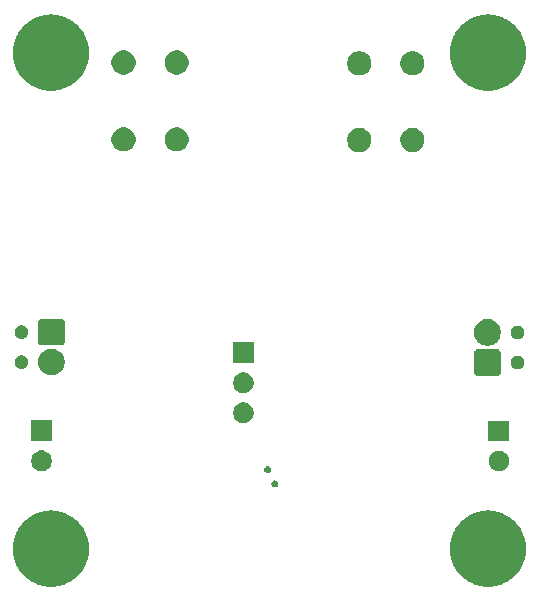
<source format=gbr>
%TF.GenerationSoftware,KiCad,Pcbnew,9.0.4*%
%TF.CreationDate,2026-01-25T08:23:28+01:00*%
%TF.ProjectId,VQFN_Training_Lab,5651464e-5f54-4726-9169-6e696e675f4c,1.0*%
%TF.SameCoordinates,PX7270e00PY7270e00*%
%TF.FileFunction,Soldermask,Bot*%
%TF.FilePolarity,Negative*%
%FSLAX46Y46*%
G04 Gerber Fmt 4.6, Leading zero omitted, Abs format (unit mm)*
G04 Created by KiCad (PCBNEW 9.0.4) date 2026-01-25 08:23:28*
%MOMM*%
%LPD*%
G01*
G04 APERTURE LIST*
G04 APERTURE END LIST*
G36*
X4170085Y7224919D02*
G01*
X4181108Y7224919D01*
X4257639Y7216296D01*
X4473934Y7194993D01*
X4509513Y7187916D01*
X4541045Y7184363D01*
X4633752Y7163204D01*
X4784806Y7133157D01*
X4843794Y7115263D01*
X4894179Y7103763D01*
X4975447Y7075326D01*
X5088142Y7041140D01*
X5169763Y7007332D01*
X5236067Y6984131D01*
X5299348Y6953657D01*
X5380982Y6919843D01*
X5484857Y6864321D01*
X5562412Y6826972D01*
X5606169Y6799478D01*
X5660526Y6770423D01*
X5788554Y6684877D01*
X5869108Y6634262D01*
X5893926Y6614471D01*
X5924077Y6594324D01*
X6092073Y6456453D01*
X6152299Y6408424D01*
X6160092Y6400631D01*
X6169099Y6393239D01*
X6393238Y6169100D01*
X6400629Y6160094D01*
X6408424Y6152299D01*
X6456458Y6092067D01*
X6594323Y5924078D01*
X6614468Y5893929D01*
X6634262Y5869108D01*
X6684882Y5788547D01*
X6770422Y5660527D01*
X6799473Y5606175D01*
X6826972Y5562412D01*
X6864324Y5484849D01*
X6919842Y5380983D01*
X6953652Y5299357D01*
X6984131Y5236067D01*
X7007334Y5169755D01*
X7041139Y5088143D01*
X7075320Y4975463D01*
X7103763Y4894179D01*
X7115265Y4843785D01*
X7133156Y4784807D01*
X7163197Y4633780D01*
X7184363Y4541045D01*
X7187916Y4509505D01*
X7194992Y4473935D01*
X7216293Y4257660D01*
X7224919Y4181108D01*
X7224919Y4170085D01*
X7226061Y4158490D01*
X7226061Y3841511D01*
X7224919Y3829917D01*
X7224919Y3818892D01*
X7216292Y3742334D01*
X7194992Y3526066D01*
X7187917Y3490498D01*
X7184363Y3458955D01*
X7163195Y3366214D01*
X7133156Y3215194D01*
X7115265Y3156220D01*
X7103763Y3105821D01*
X7075318Y3024532D01*
X7041139Y2911858D01*
X7007337Y2830253D01*
X6984131Y2763933D01*
X6953649Y2700637D01*
X6919842Y2619018D01*
X6864329Y2515162D01*
X6826972Y2437588D01*
X6799470Y2393820D01*
X6770422Y2339474D01*
X6684892Y2211471D01*
X6634262Y2130892D01*
X6614464Y2106067D01*
X6594323Y2075923D01*
X6456486Y1907970D01*
X6408424Y1847701D01*
X6400624Y1839902D01*
X6393238Y1830901D01*
X6169099Y1606762D01*
X6160098Y1599376D01*
X6152299Y1591576D01*
X6092030Y1543514D01*
X5924077Y1405677D01*
X5893933Y1385536D01*
X5869108Y1365738D01*
X5788529Y1315108D01*
X5660526Y1229578D01*
X5606180Y1200530D01*
X5562412Y1173028D01*
X5484838Y1135671D01*
X5380982Y1080158D01*
X5299363Y1046351D01*
X5236067Y1015869D01*
X5169747Y992663D01*
X5088142Y958861D01*
X4975468Y924682D01*
X4894179Y896237D01*
X4843780Y884735D01*
X4784806Y866844D01*
X4633786Y836805D01*
X4541045Y815637D01*
X4509502Y812083D01*
X4473934Y805008D01*
X4257661Y783707D01*
X4181108Y775081D01*
X4170085Y775081D01*
X4158490Y773939D01*
X3841510Y773939D01*
X3829915Y775081D01*
X3818892Y775081D01*
X3742340Y783707D01*
X3526065Y805008D01*
X3490495Y812084D01*
X3458955Y815637D01*
X3366220Y836803D01*
X3215193Y866844D01*
X3156215Y884735D01*
X3105821Y896237D01*
X3024537Y924680D01*
X2911857Y958861D01*
X2830245Y992666D01*
X2763933Y1015869D01*
X2700643Y1046348D01*
X2619017Y1080158D01*
X2515151Y1135676D01*
X2437588Y1173028D01*
X2393825Y1200527D01*
X2339473Y1229578D01*
X2211453Y1315118D01*
X2130892Y1365738D01*
X2106071Y1385532D01*
X2075922Y1405677D01*
X1907933Y1543542D01*
X1847701Y1591576D01*
X1839906Y1599371D01*
X1830900Y1606762D01*
X1606761Y1830901D01*
X1599369Y1839908D01*
X1591576Y1847701D01*
X1543547Y1907927D01*
X1405676Y2075923D01*
X1385529Y2106074D01*
X1365738Y2130892D01*
X1315123Y2211446D01*
X1229577Y2339474D01*
X1200522Y2393831D01*
X1173028Y2437588D01*
X1135679Y2515143D01*
X1080157Y2619018D01*
X1046343Y2700652D01*
X1015869Y2763933D01*
X992668Y2830237D01*
X958860Y2911858D01*
X924674Y3024553D01*
X896237Y3105821D01*
X884737Y3156206D01*
X866843Y3215194D01*
X836796Y3366248D01*
X815637Y3458955D01*
X812084Y3490487D01*
X805007Y3526066D01*
X783704Y3742356D01*
X775081Y3818892D01*
X775081Y3829916D01*
X773939Y3841511D01*
X773939Y4158490D01*
X775081Y4170086D01*
X775081Y4181108D01*
X783703Y4257638D01*
X805007Y4473935D01*
X812084Y4509516D01*
X815637Y4541045D01*
X836795Y4633746D01*
X866843Y4784807D01*
X884737Y4843799D01*
X896237Y4894179D01*
X924671Y4975441D01*
X958860Y5088143D01*
X992670Y5169770D01*
X1015869Y5236067D01*
X1046340Y5299343D01*
X1080157Y5380983D01*
X1135684Y5484868D01*
X1173028Y5562412D01*
X1200519Y5606165D01*
X1229577Y5660527D01*
X1315133Y5788572D01*
X1365738Y5869108D01*
X1385525Y5893921D01*
X1405676Y5924078D01*
X1543576Y6092110D01*
X1591576Y6152299D01*
X1599365Y6160089D01*
X1606761Y6169100D01*
X1830900Y6393239D01*
X1839911Y6400635D01*
X1847701Y6408424D01*
X1907890Y6456424D01*
X2075922Y6594324D01*
X2106079Y6614475D01*
X2130892Y6634262D01*
X2211428Y6684867D01*
X2339473Y6770423D01*
X2393835Y6799481D01*
X2437588Y6826972D01*
X2515132Y6864316D01*
X2619017Y6919843D01*
X2700657Y6953660D01*
X2763933Y6984131D01*
X2830230Y7007330D01*
X2911857Y7041140D01*
X3024559Y7075329D01*
X3105821Y7103763D01*
X3156201Y7115263D01*
X3215193Y7133157D01*
X3366254Y7163205D01*
X3458955Y7184363D01*
X3490484Y7187916D01*
X3526065Y7194993D01*
X3742362Y7216297D01*
X3818892Y7224919D01*
X3829915Y7224919D01*
X3841510Y7226061D01*
X4158490Y7226061D01*
X4170085Y7224919D01*
G37*
G36*
X41170085Y7224919D02*
G01*
X41181108Y7224919D01*
X41257639Y7216296D01*
X41473934Y7194993D01*
X41509513Y7187916D01*
X41541045Y7184363D01*
X41633752Y7163204D01*
X41784806Y7133157D01*
X41843794Y7115263D01*
X41894179Y7103763D01*
X41975447Y7075326D01*
X42088142Y7041140D01*
X42169763Y7007332D01*
X42236067Y6984131D01*
X42299348Y6953657D01*
X42380982Y6919843D01*
X42484857Y6864321D01*
X42562412Y6826972D01*
X42606169Y6799478D01*
X42660526Y6770423D01*
X42788554Y6684877D01*
X42869108Y6634262D01*
X42893926Y6614471D01*
X42924077Y6594324D01*
X43092073Y6456453D01*
X43152299Y6408424D01*
X43160092Y6400631D01*
X43169099Y6393239D01*
X43393238Y6169100D01*
X43400629Y6160094D01*
X43408424Y6152299D01*
X43456458Y6092067D01*
X43594323Y5924078D01*
X43614468Y5893929D01*
X43634262Y5869108D01*
X43684882Y5788547D01*
X43770422Y5660527D01*
X43799473Y5606175D01*
X43826972Y5562412D01*
X43864324Y5484849D01*
X43919842Y5380983D01*
X43953652Y5299357D01*
X43984131Y5236067D01*
X44007334Y5169755D01*
X44041139Y5088143D01*
X44075320Y4975463D01*
X44103763Y4894179D01*
X44115265Y4843785D01*
X44133156Y4784807D01*
X44163197Y4633780D01*
X44184363Y4541045D01*
X44187916Y4509505D01*
X44194992Y4473935D01*
X44216293Y4257660D01*
X44224919Y4181108D01*
X44224919Y4170085D01*
X44226061Y4158490D01*
X44226061Y3841511D01*
X44224919Y3829917D01*
X44224919Y3818892D01*
X44216292Y3742334D01*
X44194992Y3526066D01*
X44187917Y3490498D01*
X44184363Y3458955D01*
X44163195Y3366214D01*
X44133156Y3215194D01*
X44115265Y3156220D01*
X44103763Y3105821D01*
X44075318Y3024532D01*
X44041139Y2911858D01*
X44007337Y2830253D01*
X43984131Y2763933D01*
X43953649Y2700637D01*
X43919842Y2619018D01*
X43864329Y2515162D01*
X43826972Y2437588D01*
X43799470Y2393820D01*
X43770422Y2339474D01*
X43684892Y2211471D01*
X43634262Y2130892D01*
X43614464Y2106067D01*
X43594323Y2075923D01*
X43456486Y1907970D01*
X43408424Y1847701D01*
X43400624Y1839902D01*
X43393238Y1830901D01*
X43169099Y1606762D01*
X43160098Y1599376D01*
X43152299Y1591576D01*
X43092030Y1543514D01*
X42924077Y1405677D01*
X42893933Y1385536D01*
X42869108Y1365738D01*
X42788529Y1315108D01*
X42660526Y1229578D01*
X42606180Y1200530D01*
X42562412Y1173028D01*
X42484838Y1135671D01*
X42380982Y1080158D01*
X42299363Y1046351D01*
X42236067Y1015869D01*
X42169747Y992663D01*
X42088142Y958861D01*
X41975468Y924682D01*
X41894179Y896237D01*
X41843780Y884735D01*
X41784806Y866844D01*
X41633786Y836805D01*
X41541045Y815637D01*
X41509502Y812083D01*
X41473934Y805008D01*
X41257661Y783707D01*
X41181108Y775081D01*
X41170085Y775081D01*
X41158490Y773939D01*
X40841510Y773939D01*
X40829915Y775081D01*
X40818892Y775081D01*
X40742340Y783707D01*
X40526065Y805008D01*
X40490495Y812084D01*
X40458955Y815637D01*
X40366220Y836803D01*
X40215193Y866844D01*
X40156215Y884735D01*
X40105821Y896237D01*
X40024537Y924680D01*
X39911857Y958861D01*
X39830245Y992666D01*
X39763933Y1015869D01*
X39700643Y1046348D01*
X39619017Y1080158D01*
X39515151Y1135676D01*
X39437588Y1173028D01*
X39393825Y1200527D01*
X39339473Y1229578D01*
X39211453Y1315118D01*
X39130892Y1365738D01*
X39106071Y1385532D01*
X39075922Y1405677D01*
X38907933Y1543542D01*
X38847701Y1591576D01*
X38839906Y1599371D01*
X38830900Y1606762D01*
X38606761Y1830901D01*
X38599369Y1839908D01*
X38591576Y1847701D01*
X38543547Y1907927D01*
X38405676Y2075923D01*
X38385529Y2106074D01*
X38365738Y2130892D01*
X38315123Y2211446D01*
X38229577Y2339474D01*
X38200522Y2393831D01*
X38173028Y2437588D01*
X38135679Y2515143D01*
X38080157Y2619018D01*
X38046343Y2700652D01*
X38015869Y2763933D01*
X37992668Y2830237D01*
X37958860Y2911858D01*
X37924674Y3024553D01*
X37896237Y3105821D01*
X37884737Y3156206D01*
X37866843Y3215194D01*
X37836796Y3366248D01*
X37815637Y3458955D01*
X37812084Y3490487D01*
X37805007Y3526066D01*
X37783704Y3742356D01*
X37775081Y3818892D01*
X37775081Y3829916D01*
X37773939Y3841511D01*
X37773939Y4158490D01*
X37775081Y4170086D01*
X37775081Y4181108D01*
X37783703Y4257638D01*
X37805007Y4473935D01*
X37812084Y4509516D01*
X37815637Y4541045D01*
X37836795Y4633746D01*
X37866843Y4784807D01*
X37884737Y4843799D01*
X37896237Y4894179D01*
X37924671Y4975441D01*
X37958860Y5088143D01*
X37992670Y5169770D01*
X38015869Y5236067D01*
X38046340Y5299343D01*
X38080157Y5380983D01*
X38135684Y5484868D01*
X38173028Y5562412D01*
X38200519Y5606165D01*
X38229577Y5660527D01*
X38315133Y5788572D01*
X38365738Y5869108D01*
X38385525Y5893921D01*
X38405676Y5924078D01*
X38543576Y6092110D01*
X38591576Y6152299D01*
X38599365Y6160089D01*
X38606761Y6169100D01*
X38830900Y6393239D01*
X38839911Y6400635D01*
X38847701Y6408424D01*
X38907890Y6456424D01*
X39075922Y6594324D01*
X39106079Y6614475D01*
X39130892Y6634262D01*
X39211428Y6684867D01*
X39339473Y6770423D01*
X39393835Y6799481D01*
X39437588Y6826972D01*
X39515132Y6864316D01*
X39619017Y6919843D01*
X39700657Y6953660D01*
X39763933Y6984131D01*
X39830230Y7007330D01*
X39911857Y7041140D01*
X40024559Y7075329D01*
X40105821Y7103763D01*
X40156201Y7115263D01*
X40215193Y7133157D01*
X40366254Y7163205D01*
X40458955Y7184363D01*
X40490484Y7187916D01*
X40526065Y7194993D01*
X40742362Y7216297D01*
X40818892Y7224919D01*
X40829915Y7224919D01*
X40841510Y7226061D01*
X41158490Y7226061D01*
X41170085Y7224919D01*
G37*
G36*
X23067305Y9757164D02*
G01*
X23135128Y9718006D01*
X23190506Y9662628D01*
X23229664Y9594805D01*
X23249933Y9519158D01*
X23249933Y9440842D01*
X23229664Y9365195D01*
X23190506Y9297372D01*
X23135128Y9241994D01*
X23067305Y9202836D01*
X22991658Y9182567D01*
X22913342Y9182567D01*
X22837695Y9202836D01*
X22769872Y9241994D01*
X22714494Y9297372D01*
X22675336Y9365195D01*
X22655067Y9440842D01*
X22655067Y9519158D01*
X22675336Y9594805D01*
X22714494Y9662628D01*
X22769872Y9718006D01*
X22837695Y9757164D01*
X22913342Y9777433D01*
X22991658Y9777433D01*
X23067305Y9757164D01*
G37*
G36*
X22467305Y10957164D02*
G01*
X22535128Y10918006D01*
X22590506Y10862628D01*
X22629664Y10794805D01*
X22649933Y10719158D01*
X22649933Y10640842D01*
X22629664Y10565195D01*
X22590506Y10497372D01*
X22535128Y10441994D01*
X22467305Y10402836D01*
X22391658Y10382567D01*
X22313342Y10382567D01*
X22237695Y10402836D01*
X22169872Y10441994D01*
X22114494Y10497372D01*
X22075336Y10565195D01*
X22055067Y10640842D01*
X22055067Y10719158D01*
X22075336Y10794805D01*
X22114494Y10862628D01*
X22169872Y10918006D01*
X22237695Y10957164D01*
X22313342Y10977433D01*
X22391658Y10977433D01*
X22467305Y10957164D01*
G37*
G36*
X42180451Y12262107D02*
G01*
X42339829Y12196091D01*
X42483266Y12100249D01*
X42605249Y11978266D01*
X42701091Y11834829D01*
X42767107Y11675451D01*
X42800763Y11506255D01*
X42800763Y11333745D01*
X42767107Y11164549D01*
X42701091Y11005171D01*
X42605249Y10861734D01*
X42483266Y10739751D01*
X42339829Y10643909D01*
X42180451Y10577893D01*
X42011255Y10544237D01*
X41838745Y10544237D01*
X41669549Y10577893D01*
X41510171Y10643909D01*
X41366734Y10739751D01*
X41244751Y10861734D01*
X41148909Y11005171D01*
X41082893Y11164549D01*
X41049237Y11333745D01*
X41049237Y11506255D01*
X41082893Y11675451D01*
X41148909Y11834829D01*
X41244751Y11978266D01*
X41366734Y12100249D01*
X41510171Y12196091D01*
X41669549Y12262107D01*
X41838745Y12295763D01*
X42011255Y12295763D01*
X42180451Y12262107D01*
G37*
G36*
X3455451Y12272107D02*
G01*
X3614829Y12206091D01*
X3758266Y12110249D01*
X3880249Y11988266D01*
X3976091Y11844829D01*
X4042107Y11685451D01*
X4075763Y11516255D01*
X4075763Y11343745D01*
X4042107Y11174549D01*
X3976091Y11015171D01*
X3880249Y10871734D01*
X3758266Y10749751D01*
X3614829Y10653909D01*
X3455451Y10587893D01*
X3286255Y10554237D01*
X3113745Y10554237D01*
X2944549Y10587893D01*
X2785171Y10653909D01*
X2641734Y10749751D01*
X2519751Y10871734D01*
X2423909Y11015171D01*
X2357893Y11174549D01*
X2324237Y11343745D01*
X2324237Y11516255D01*
X2357893Y11685451D01*
X2423909Y11844829D01*
X2519751Y11988266D01*
X2641734Y12110249D01*
X2785171Y12206091D01*
X2944549Y12272107D01*
X3113745Y12305763D01*
X3286255Y12305763D01*
X3455451Y12272107D01*
G37*
G36*
X42786481Y14837716D02*
G01*
X42796213Y14831213D01*
X42802716Y14821481D01*
X42805000Y14810000D01*
X42805000Y13110000D01*
X42802716Y13098519D01*
X42796213Y13088787D01*
X42786481Y13082284D01*
X42775000Y13080000D01*
X41075000Y13080000D01*
X41063519Y13082284D01*
X41053787Y13088787D01*
X41047284Y13098519D01*
X41045000Y13110000D01*
X41045000Y14810000D01*
X41047284Y14821481D01*
X41053787Y14831213D01*
X41063519Y14837716D01*
X41075000Y14840000D01*
X42775000Y14840000D01*
X42786481Y14837716D01*
G37*
G36*
X4061481Y14847716D02*
G01*
X4071213Y14841213D01*
X4077716Y14831481D01*
X4080000Y14820000D01*
X4080000Y13120000D01*
X4077716Y13108519D01*
X4071213Y13098787D01*
X4061481Y13092284D01*
X4050000Y13090000D01*
X2350000Y13090000D01*
X2338519Y13092284D01*
X2328787Y13098787D01*
X2322284Y13108519D01*
X2320000Y13120000D01*
X2320000Y14820000D01*
X2322284Y14831481D01*
X2328787Y14841213D01*
X2338519Y14847716D01*
X2350000Y14850000D01*
X4050000Y14850000D01*
X4061481Y14847716D01*
G37*
G36*
X20555451Y16354607D02*
G01*
X20714829Y16288591D01*
X20858266Y16192749D01*
X20980249Y16070766D01*
X21076091Y15927329D01*
X21142107Y15767951D01*
X21175763Y15598755D01*
X21175763Y15426245D01*
X21142107Y15257049D01*
X21076091Y15097671D01*
X20980249Y14954234D01*
X20858266Y14832251D01*
X20714829Y14736409D01*
X20555451Y14670393D01*
X20386255Y14636737D01*
X20213745Y14636737D01*
X20044549Y14670393D01*
X19885171Y14736409D01*
X19741734Y14832251D01*
X19619751Y14954234D01*
X19523909Y15097671D01*
X19457893Y15257049D01*
X19424237Y15426245D01*
X19424237Y15598755D01*
X19457893Y15767951D01*
X19523909Y15927329D01*
X19619751Y16070766D01*
X19741734Y16192749D01*
X19885171Y16288591D01*
X20044549Y16354607D01*
X20213745Y16388263D01*
X20386255Y16388263D01*
X20555451Y16354607D01*
G37*
G36*
X20555451Y18894607D02*
G01*
X20714829Y18828591D01*
X20858266Y18732749D01*
X20980249Y18610766D01*
X21076091Y18467329D01*
X21142107Y18307951D01*
X21175763Y18138755D01*
X21175763Y17966245D01*
X21142107Y17797049D01*
X21076091Y17637671D01*
X20980249Y17494234D01*
X20858266Y17372251D01*
X20714829Y17276409D01*
X20555451Y17210393D01*
X20386255Y17176737D01*
X20213745Y17176737D01*
X20044549Y17210393D01*
X19885171Y17276409D01*
X19741734Y17372251D01*
X19619751Y17494234D01*
X19523909Y17637671D01*
X19457893Y17797049D01*
X19424237Y17966245D01*
X19424237Y18138755D01*
X19457893Y18307951D01*
X19523909Y18467329D01*
X19619751Y18610766D01*
X19741734Y18732749D01*
X19885171Y18828591D01*
X20044549Y18894607D01*
X20213745Y18928263D01*
X20386255Y18928263D01*
X20555451Y18894607D01*
G37*
G36*
X41874107Y20882563D02*
G01*
X41878455Y20880643D01*
X41881500Y20880242D01*
X41919604Y20862474D01*
X41968239Y20840999D01*
X42040999Y20768239D01*
X42062482Y20719584D01*
X42080241Y20681501D01*
X42080641Y20678459D01*
X42082563Y20674107D01*
X42089999Y20610000D01*
X42089999Y20607386D01*
X42090000Y20607378D01*
X42090000Y19746442D01*
X42090000Y18909999D01*
X42082563Y18845893D01*
X42080641Y18841542D01*
X42080241Y18838500D01*
X42062491Y18800436D01*
X42040999Y18751761D01*
X41968239Y18679001D01*
X41919564Y18657509D01*
X41881500Y18639759D01*
X41878458Y18639359D01*
X41874107Y18637437D01*
X41810000Y18630001D01*
X41807385Y18630001D01*
X41807378Y18630000D01*
X40112622Y18630000D01*
X40112621Y18630001D01*
X40109999Y18630000D01*
X40045893Y18637437D01*
X40041541Y18639359D01*
X40038499Y18639759D01*
X40000416Y18657518D01*
X39951761Y18679001D01*
X39879001Y18751761D01*
X39857526Y18800396D01*
X39839758Y18838500D01*
X39839357Y18841545D01*
X39837437Y18845893D01*
X39830001Y18910000D01*
X39830000Y18912616D01*
X39830000Y18912623D01*
X39830000Y20607378D01*
X39830000Y20607379D01*
X39830000Y20610001D01*
X39837437Y20674107D01*
X39839357Y20678456D01*
X39839758Y20681501D01*
X39857534Y20719624D01*
X39879001Y20768239D01*
X39951761Y20840999D01*
X40000376Y20862466D01*
X40038499Y20880242D01*
X40041544Y20880643D01*
X40045893Y20882563D01*
X40110000Y20889999D01*
X40112614Y20890000D01*
X40112622Y20890000D01*
X41807378Y20890000D01*
X41810001Y20890000D01*
X41874107Y20882563D01*
G37*
G36*
X4303793Y20888778D02*
G01*
X4472432Y20833984D01*
X4630423Y20753483D01*
X4773876Y20649259D01*
X4899259Y20523876D01*
X5003483Y20380423D01*
X5083984Y20222432D01*
X5138778Y20053793D01*
X5166517Y19878659D01*
X5166517Y19701341D01*
X5138778Y19526207D01*
X5083984Y19357568D01*
X5003483Y19199577D01*
X4899259Y19056124D01*
X4773876Y18930741D01*
X4630423Y18826517D01*
X4472432Y18746016D01*
X4303793Y18691222D01*
X4128659Y18663483D01*
X3951341Y18663483D01*
X3776207Y18691222D01*
X3607568Y18746016D01*
X3449577Y18826517D01*
X3306124Y18930741D01*
X3180741Y19056124D01*
X3076517Y19199577D01*
X2996016Y19357568D01*
X2941222Y19526207D01*
X2913483Y19701341D01*
X2913483Y19878659D01*
X2941222Y20053793D01*
X2996016Y20222432D01*
X3076517Y20380423D01*
X3180741Y20523876D01*
X3306124Y20649259D01*
X3449577Y20753483D01*
X3607568Y20833984D01*
X3776207Y20888778D01*
X3951341Y20916517D01*
X4128659Y20916517D01*
X4303793Y20888778D01*
G37*
G36*
X43566772Y20335038D02*
G01*
X43575705Y20335038D01*
X43601444Y20328142D01*
X43668308Y20314841D01*
X43699866Y20301769D01*
X43721956Y20295850D01*
X43741762Y20284415D01*
X43773318Y20271344D01*
X43829992Y20233476D01*
X43853082Y20220145D01*
X43859401Y20213826D01*
X43867822Y20208199D01*
X43948198Y20127823D01*
X43953824Y20119403D01*
X43960145Y20113082D01*
X43973477Y20089990D01*
X44011343Y20033319D01*
X44024412Y20001766D01*
X44035850Y19981956D01*
X44041769Y19959863D01*
X44054840Y19928309D01*
X44068139Y19861449D01*
X44075038Y19835705D01*
X44075038Y19826772D01*
X44077015Y19816833D01*
X44077015Y19703168D01*
X44075038Y19693230D01*
X44075038Y19684295D01*
X44068139Y19658549D01*
X44054840Y19591692D01*
X44041770Y19560141D01*
X44035850Y19538044D01*
X44024411Y19518232D01*
X44011343Y19486682D01*
X43973481Y19430019D01*
X43960145Y19406918D01*
X43953822Y19400596D01*
X43948198Y19392178D01*
X43867822Y19311802D01*
X43859404Y19306178D01*
X43853082Y19299855D01*
X43829981Y19286519D01*
X43773318Y19248657D01*
X43741768Y19235589D01*
X43721956Y19224150D01*
X43699859Y19218230D01*
X43668308Y19205160D01*
X43601449Y19191861D01*
X43575705Y19184962D01*
X43566771Y19184962D01*
X43556833Y19182985D01*
X43443167Y19182985D01*
X43433228Y19184962D01*
X43424295Y19184962D01*
X43398551Y19191861D01*
X43331691Y19205160D01*
X43300137Y19218231D01*
X43278044Y19224150D01*
X43258234Y19235588D01*
X43226681Y19248657D01*
X43170010Y19286523D01*
X43146918Y19299855D01*
X43140597Y19306176D01*
X43132177Y19311802D01*
X43051801Y19392178D01*
X43046174Y19400599D01*
X43039855Y19406918D01*
X43026524Y19430008D01*
X42988656Y19486682D01*
X42975585Y19518238D01*
X42964150Y19538044D01*
X42958231Y19560134D01*
X42945159Y19591692D01*
X42931859Y19658555D01*
X42924962Y19684295D01*
X42924962Y19693229D01*
X42922985Y19703168D01*
X42922985Y19816833D01*
X42924962Y19826773D01*
X42924962Y19835705D01*
X42931858Y19861443D01*
X42945159Y19928309D01*
X42958231Y19959870D01*
X42964150Y19981956D01*
X42975583Y20001760D01*
X42988656Y20033319D01*
X43026528Y20090001D01*
X43039855Y20113082D01*
X43046172Y20119400D01*
X43051801Y20127823D01*
X43132177Y20208199D01*
X43140600Y20213828D01*
X43146918Y20220145D01*
X43169999Y20233472D01*
X43226681Y20271344D01*
X43258240Y20284417D01*
X43278044Y20295850D01*
X43300130Y20301769D01*
X43331691Y20314841D01*
X43398557Y20328142D01*
X43424295Y20335038D01*
X43433228Y20335038D01*
X43443167Y20337015D01*
X43556833Y20337015D01*
X43566772Y20335038D01*
G37*
G36*
X1566772Y20365038D02*
G01*
X1575705Y20365038D01*
X1601444Y20358142D01*
X1668308Y20344841D01*
X1699866Y20331769D01*
X1721956Y20325850D01*
X1741762Y20314415D01*
X1773318Y20301344D01*
X1829992Y20263476D01*
X1853082Y20250145D01*
X1859401Y20243826D01*
X1867822Y20238199D01*
X1948198Y20157823D01*
X1953824Y20149403D01*
X1960145Y20143082D01*
X1973477Y20119990D01*
X2011343Y20063319D01*
X2024412Y20031766D01*
X2035850Y20011956D01*
X2041769Y19989863D01*
X2054840Y19958309D01*
X2068139Y19891449D01*
X2075038Y19865705D01*
X2075038Y19856772D01*
X2077015Y19846833D01*
X2077015Y19733168D01*
X2075038Y19723230D01*
X2075038Y19714295D01*
X2068139Y19688549D01*
X2054840Y19621692D01*
X2041770Y19590141D01*
X2035850Y19568044D01*
X2024411Y19548232D01*
X2011343Y19516682D01*
X1973481Y19460019D01*
X1960145Y19436918D01*
X1953822Y19430596D01*
X1948198Y19422178D01*
X1867822Y19341802D01*
X1859404Y19336178D01*
X1853082Y19329855D01*
X1829981Y19316519D01*
X1773318Y19278657D01*
X1741768Y19265589D01*
X1721956Y19254150D01*
X1699859Y19248230D01*
X1668308Y19235160D01*
X1601449Y19221861D01*
X1575705Y19214962D01*
X1566771Y19214962D01*
X1556833Y19212985D01*
X1443167Y19212985D01*
X1433228Y19214962D01*
X1424295Y19214962D01*
X1398551Y19221861D01*
X1331691Y19235160D01*
X1300137Y19248231D01*
X1278044Y19254150D01*
X1258234Y19265588D01*
X1226681Y19278657D01*
X1170010Y19316523D01*
X1146918Y19329855D01*
X1140597Y19336176D01*
X1132177Y19341802D01*
X1051801Y19422178D01*
X1046174Y19430599D01*
X1039855Y19436918D01*
X1026524Y19460008D01*
X988656Y19516682D01*
X975585Y19548238D01*
X964150Y19568044D01*
X958231Y19590134D01*
X945159Y19621692D01*
X931859Y19688555D01*
X924962Y19714295D01*
X924962Y19723229D01*
X922985Y19733168D01*
X922985Y19846833D01*
X924962Y19856773D01*
X924962Y19865705D01*
X931858Y19891443D01*
X945159Y19958309D01*
X958231Y19989870D01*
X964150Y20011956D01*
X975583Y20031760D01*
X988656Y20063319D01*
X1026528Y20120001D01*
X1039855Y20143082D01*
X1046172Y20149400D01*
X1051801Y20157823D01*
X1132177Y20238199D01*
X1140600Y20243828D01*
X1146918Y20250145D01*
X1169999Y20263472D01*
X1226681Y20301344D01*
X1258240Y20314417D01*
X1278044Y20325850D01*
X1300130Y20331769D01*
X1331691Y20344841D01*
X1398557Y20358142D01*
X1424295Y20365038D01*
X1433228Y20365038D01*
X1443167Y20367015D01*
X1556833Y20367015D01*
X1566772Y20365038D01*
G37*
G36*
X21161481Y21470216D02*
G01*
X21171213Y21463713D01*
X21177716Y21453981D01*
X21180000Y21442500D01*
X21180000Y19742500D01*
X21177716Y19731019D01*
X21171213Y19721287D01*
X21161481Y19714784D01*
X21150000Y19712500D01*
X19450000Y19712500D01*
X19438519Y19714784D01*
X19428787Y19721287D01*
X19422284Y19731019D01*
X19420000Y19742500D01*
X19420000Y21442500D01*
X19422284Y21453981D01*
X19428787Y21463713D01*
X19438519Y21470216D01*
X19450000Y21472500D01*
X21150000Y21472500D01*
X21161481Y21470216D01*
G37*
G36*
X41223793Y23398778D02*
G01*
X41392432Y23343984D01*
X41550423Y23263483D01*
X41693876Y23159259D01*
X41819259Y23033876D01*
X41923483Y22890423D01*
X42003984Y22732432D01*
X42058778Y22563793D01*
X42086517Y22388659D01*
X42086517Y22211341D01*
X42058778Y22036207D01*
X42003984Y21867568D01*
X41923483Y21709577D01*
X41819259Y21566124D01*
X41693876Y21440741D01*
X41550423Y21336517D01*
X41392432Y21256016D01*
X41223793Y21201222D01*
X41048659Y21173483D01*
X40871341Y21173483D01*
X40696207Y21201222D01*
X40527568Y21256016D01*
X40369577Y21336517D01*
X40226124Y21440741D01*
X40100741Y21566124D01*
X39996517Y21709577D01*
X39916016Y21867568D01*
X39861222Y22036207D01*
X39833483Y22211341D01*
X39833483Y22388659D01*
X39861222Y22563793D01*
X39916016Y22732432D01*
X39996517Y22890423D01*
X40100741Y23033876D01*
X40226124Y23159259D01*
X40369577Y23263483D01*
X40527568Y23343984D01*
X40696207Y23398778D01*
X40871341Y23426517D01*
X41048659Y23426517D01*
X41223793Y23398778D01*
G37*
G36*
X4954107Y23452563D02*
G01*
X4958455Y23450643D01*
X4961500Y23450242D01*
X4999604Y23432474D01*
X5048239Y23410999D01*
X5120999Y23338239D01*
X5142482Y23289584D01*
X5160241Y23251501D01*
X5160641Y23248459D01*
X5162563Y23244107D01*
X5169999Y23180000D01*
X5169999Y23177386D01*
X5170000Y23177378D01*
X5170000Y22273168D01*
X5170000Y21479999D01*
X5162563Y21415893D01*
X5160641Y21411542D01*
X5160241Y21408500D01*
X5142491Y21370436D01*
X5120999Y21321761D01*
X5048239Y21249001D01*
X4999564Y21227509D01*
X4961500Y21209759D01*
X4958458Y21209359D01*
X4954107Y21207437D01*
X4890000Y21200001D01*
X4887385Y21200001D01*
X4887378Y21200000D01*
X3192622Y21200000D01*
X3192621Y21200001D01*
X3189999Y21200000D01*
X3125893Y21207437D01*
X3121541Y21209359D01*
X3118499Y21209759D01*
X3080416Y21227518D01*
X3031761Y21249001D01*
X2959001Y21321761D01*
X2937526Y21370396D01*
X2919758Y21408500D01*
X2919357Y21411545D01*
X2917437Y21415893D01*
X2910001Y21480000D01*
X2910000Y21482616D01*
X2910000Y21482623D01*
X2910000Y23177378D01*
X2910000Y23177379D01*
X2910000Y23180001D01*
X2917437Y23244107D01*
X2919357Y23248456D01*
X2919758Y23251501D01*
X2937534Y23289624D01*
X2959001Y23338239D01*
X3031761Y23410999D01*
X3080376Y23432466D01*
X3118499Y23450242D01*
X3121544Y23450643D01*
X3125893Y23452563D01*
X3190000Y23459999D01*
X3192614Y23460000D01*
X3192622Y23460000D01*
X4887378Y23460000D01*
X4890001Y23460000D01*
X4954107Y23452563D01*
G37*
G36*
X43566772Y22875038D02*
G01*
X43575705Y22875038D01*
X43601444Y22868142D01*
X43668308Y22854841D01*
X43699866Y22841769D01*
X43721956Y22835850D01*
X43741762Y22824415D01*
X43773318Y22811344D01*
X43829992Y22773476D01*
X43853082Y22760145D01*
X43859401Y22753826D01*
X43867822Y22748199D01*
X43948198Y22667823D01*
X43953824Y22659403D01*
X43960145Y22653082D01*
X43973477Y22629990D01*
X44011343Y22573319D01*
X44024412Y22541766D01*
X44035850Y22521956D01*
X44041769Y22499863D01*
X44054840Y22468309D01*
X44068139Y22401449D01*
X44075038Y22375705D01*
X44075038Y22366772D01*
X44077015Y22356833D01*
X44077015Y22243168D01*
X44075038Y22233230D01*
X44075038Y22224295D01*
X44068139Y22198549D01*
X44054840Y22131692D01*
X44041770Y22100141D01*
X44035850Y22078044D01*
X44024411Y22058232D01*
X44011343Y22026682D01*
X43973481Y21970019D01*
X43960145Y21946918D01*
X43953822Y21940596D01*
X43948198Y21932178D01*
X43867822Y21851802D01*
X43859404Y21846178D01*
X43853082Y21839855D01*
X43829981Y21826519D01*
X43773318Y21788657D01*
X43741768Y21775589D01*
X43721956Y21764150D01*
X43699859Y21758230D01*
X43668308Y21745160D01*
X43601449Y21731861D01*
X43575705Y21724962D01*
X43566771Y21724962D01*
X43556833Y21722985D01*
X43443167Y21722985D01*
X43433228Y21724962D01*
X43424295Y21724962D01*
X43398551Y21731861D01*
X43331691Y21745160D01*
X43300137Y21758231D01*
X43278044Y21764150D01*
X43258234Y21775588D01*
X43226681Y21788657D01*
X43170010Y21826523D01*
X43146918Y21839855D01*
X43140597Y21846176D01*
X43132177Y21851802D01*
X43051801Y21932178D01*
X43046174Y21940599D01*
X43039855Y21946918D01*
X43026524Y21970008D01*
X42988656Y22026682D01*
X42975585Y22058238D01*
X42964150Y22078044D01*
X42958231Y22100134D01*
X42945159Y22131692D01*
X42931859Y22198555D01*
X42924962Y22224295D01*
X42924962Y22233229D01*
X42922985Y22243168D01*
X42922985Y22356833D01*
X42924962Y22366773D01*
X42924962Y22375705D01*
X42931858Y22401443D01*
X42945159Y22468309D01*
X42958231Y22499870D01*
X42964150Y22521956D01*
X42975583Y22541760D01*
X42988656Y22573319D01*
X43026528Y22630001D01*
X43039855Y22653082D01*
X43046172Y22659400D01*
X43051801Y22667823D01*
X43132177Y22748199D01*
X43140600Y22753828D01*
X43146918Y22760145D01*
X43169999Y22773472D01*
X43226681Y22811344D01*
X43258240Y22824417D01*
X43278044Y22835850D01*
X43300130Y22841769D01*
X43331691Y22854841D01*
X43398557Y22868142D01*
X43424295Y22875038D01*
X43433228Y22875038D01*
X43443167Y22877015D01*
X43556833Y22877015D01*
X43566772Y22875038D01*
G37*
G36*
X1566772Y22905038D02*
G01*
X1575705Y22905038D01*
X1601444Y22898142D01*
X1668308Y22884841D01*
X1699866Y22871769D01*
X1721956Y22865850D01*
X1741762Y22854415D01*
X1773318Y22841344D01*
X1829992Y22803476D01*
X1853082Y22790145D01*
X1859401Y22783826D01*
X1867822Y22778199D01*
X1948198Y22697823D01*
X1953824Y22689403D01*
X1960145Y22683082D01*
X1973477Y22659990D01*
X2011343Y22603319D01*
X2024412Y22571766D01*
X2035850Y22551956D01*
X2041769Y22529863D01*
X2054840Y22498309D01*
X2068139Y22431449D01*
X2075038Y22405705D01*
X2075038Y22396772D01*
X2077015Y22386833D01*
X2077015Y22273168D01*
X2075038Y22263230D01*
X2075038Y22254295D01*
X2068139Y22228549D01*
X2054840Y22161692D01*
X2041770Y22130141D01*
X2035850Y22108044D01*
X2024411Y22088232D01*
X2011343Y22056682D01*
X1973481Y22000019D01*
X1960145Y21976918D01*
X1953822Y21970596D01*
X1948198Y21962178D01*
X1867822Y21881802D01*
X1859404Y21876178D01*
X1853082Y21869855D01*
X1829981Y21856519D01*
X1773318Y21818657D01*
X1741768Y21805589D01*
X1721956Y21794150D01*
X1699859Y21788230D01*
X1668308Y21775160D01*
X1601449Y21761861D01*
X1575705Y21754962D01*
X1566771Y21754962D01*
X1556833Y21752985D01*
X1443167Y21752985D01*
X1433228Y21754962D01*
X1424295Y21754962D01*
X1398551Y21761861D01*
X1331691Y21775160D01*
X1300137Y21788231D01*
X1278044Y21794150D01*
X1258234Y21805588D01*
X1226681Y21818657D01*
X1170010Y21856523D01*
X1146918Y21869855D01*
X1140597Y21876176D01*
X1132177Y21881802D01*
X1051801Y21962178D01*
X1046174Y21970599D01*
X1039855Y21976918D01*
X1026524Y22000008D01*
X988656Y22056682D01*
X975585Y22088238D01*
X964150Y22108044D01*
X958231Y22130134D01*
X945159Y22161692D01*
X931859Y22228555D01*
X924962Y22254295D01*
X924962Y22263229D01*
X922985Y22273168D01*
X922985Y22386833D01*
X924962Y22396773D01*
X924962Y22405705D01*
X931858Y22431443D01*
X945159Y22498309D01*
X958231Y22529870D01*
X964150Y22551956D01*
X975583Y22571760D01*
X988656Y22603319D01*
X1026528Y22660001D01*
X1039855Y22683082D01*
X1046172Y22689400D01*
X1051801Y22697823D01*
X1132177Y22778199D01*
X1140600Y22783828D01*
X1146918Y22790145D01*
X1169999Y22803472D01*
X1226681Y22841344D01*
X1258240Y22854417D01*
X1278044Y22865850D01*
X1300130Y22871769D01*
X1331691Y22884841D01*
X1398557Y22898142D01*
X1424295Y22905038D01*
X1433228Y22905038D01*
X1443167Y22907015D01*
X1556833Y22907015D01*
X1566772Y22905038D01*
G37*
G36*
X30398993Y39585649D02*
G01*
X30585539Y39508379D01*
X30753425Y39396201D01*
X30896201Y39253425D01*
X31008379Y39085539D01*
X31085649Y38898993D01*
X31125040Y38700958D01*
X31125040Y38499042D01*
X31085649Y38301007D01*
X31008379Y38114461D01*
X30896201Y37946575D01*
X30753425Y37803799D01*
X30585539Y37691621D01*
X30398993Y37614351D01*
X30200958Y37574960D01*
X29999042Y37574960D01*
X29801007Y37614351D01*
X29614461Y37691621D01*
X29446575Y37803799D01*
X29303799Y37946575D01*
X29191621Y38114461D01*
X29114351Y38301007D01*
X29074960Y38499042D01*
X29074960Y38700958D01*
X29114351Y38898993D01*
X29191621Y39085539D01*
X29303799Y39253425D01*
X29446575Y39396201D01*
X29614461Y39508379D01*
X29801007Y39585649D01*
X29999042Y39625040D01*
X30200958Y39625040D01*
X30398993Y39585649D01*
G37*
G36*
X34898993Y39585649D02*
G01*
X35085539Y39508379D01*
X35253425Y39396201D01*
X35396201Y39253425D01*
X35508379Y39085539D01*
X35585649Y38898993D01*
X35625040Y38700958D01*
X35625040Y38499042D01*
X35585649Y38301007D01*
X35508379Y38114461D01*
X35396201Y37946575D01*
X35253425Y37803799D01*
X35085539Y37691621D01*
X34898993Y37614351D01*
X34700958Y37574960D01*
X34499042Y37574960D01*
X34301007Y37614351D01*
X34114461Y37691621D01*
X33946575Y37803799D01*
X33803799Y37946575D01*
X33691621Y38114461D01*
X33614351Y38301007D01*
X33574960Y38499042D01*
X33574960Y38700958D01*
X33614351Y38898993D01*
X33691621Y39085539D01*
X33803799Y39253425D01*
X33946575Y39396201D01*
X34114461Y39508379D01*
X34301007Y39585649D01*
X34499042Y39625040D01*
X34700958Y39625040D01*
X34898993Y39585649D01*
G37*
G36*
X10448993Y39635649D02*
G01*
X10635539Y39558379D01*
X10803425Y39446201D01*
X10946201Y39303425D01*
X11058379Y39135539D01*
X11135649Y38948993D01*
X11175040Y38750958D01*
X11175040Y38549042D01*
X11135649Y38351007D01*
X11058379Y38164461D01*
X10946201Y37996575D01*
X10803425Y37853799D01*
X10635539Y37741621D01*
X10448993Y37664351D01*
X10250958Y37624960D01*
X10049042Y37624960D01*
X9851007Y37664351D01*
X9664461Y37741621D01*
X9496575Y37853799D01*
X9353799Y37996575D01*
X9241621Y38164461D01*
X9164351Y38351007D01*
X9124960Y38549042D01*
X9124960Y38750958D01*
X9164351Y38948993D01*
X9241621Y39135539D01*
X9353799Y39303425D01*
X9496575Y39446201D01*
X9664461Y39558379D01*
X9851007Y39635649D01*
X10049042Y39675040D01*
X10250958Y39675040D01*
X10448993Y39635649D01*
G37*
G36*
X14948993Y39635649D02*
G01*
X15135539Y39558379D01*
X15303425Y39446201D01*
X15446201Y39303425D01*
X15558379Y39135539D01*
X15635649Y38948993D01*
X15675040Y38750958D01*
X15675040Y38549042D01*
X15635649Y38351007D01*
X15558379Y38164461D01*
X15446201Y37996575D01*
X15303425Y37853799D01*
X15135539Y37741621D01*
X14948993Y37664351D01*
X14750958Y37624960D01*
X14549042Y37624960D01*
X14351007Y37664351D01*
X14164461Y37741621D01*
X13996575Y37853799D01*
X13853799Y37996575D01*
X13741621Y38164461D01*
X13664351Y38351007D01*
X13624960Y38549042D01*
X13624960Y38750958D01*
X13664351Y38948993D01*
X13741621Y39135539D01*
X13853799Y39303425D01*
X13996575Y39446201D01*
X14164461Y39558379D01*
X14351007Y39635649D01*
X14549042Y39675040D01*
X14750958Y39675040D01*
X14948993Y39635649D01*
G37*
G36*
X4170085Y49224919D02*
G01*
X4181108Y49224919D01*
X4257639Y49216296D01*
X4473934Y49194993D01*
X4509513Y49187916D01*
X4541045Y49184363D01*
X4633752Y49163204D01*
X4784806Y49133157D01*
X4843794Y49115263D01*
X4894179Y49103763D01*
X4975447Y49075326D01*
X5088142Y49041140D01*
X5169763Y49007332D01*
X5236067Y48984131D01*
X5299348Y48953657D01*
X5380982Y48919843D01*
X5484857Y48864321D01*
X5562412Y48826972D01*
X5606169Y48799478D01*
X5660526Y48770423D01*
X5788554Y48684877D01*
X5869108Y48634262D01*
X5893926Y48614471D01*
X5924077Y48594324D01*
X6092073Y48456453D01*
X6152299Y48408424D01*
X6160092Y48400631D01*
X6169099Y48393239D01*
X6393238Y48169100D01*
X6400629Y48160094D01*
X6408424Y48152299D01*
X6456458Y48092067D01*
X6594323Y47924078D01*
X6614468Y47893929D01*
X6634262Y47869108D01*
X6684882Y47788547D01*
X6770422Y47660527D01*
X6799473Y47606175D01*
X6826972Y47562412D01*
X6864324Y47484849D01*
X6919842Y47380983D01*
X6953652Y47299357D01*
X6984131Y47236067D01*
X7007334Y47169755D01*
X7041139Y47088143D01*
X7075320Y46975463D01*
X7103763Y46894179D01*
X7115265Y46843785D01*
X7133156Y46784807D01*
X7163197Y46633780D01*
X7184363Y46541045D01*
X7187916Y46509505D01*
X7194992Y46473935D01*
X7216293Y46257660D01*
X7224919Y46181108D01*
X7224919Y46170085D01*
X7226061Y46158490D01*
X7226061Y45841511D01*
X7224919Y45829917D01*
X7224919Y45818892D01*
X7216292Y45742334D01*
X7194992Y45526066D01*
X7187917Y45490498D01*
X7184363Y45458955D01*
X7163195Y45366214D01*
X7133156Y45215194D01*
X7115265Y45156220D01*
X7103763Y45105821D01*
X7075318Y45024532D01*
X7041139Y44911858D01*
X7007337Y44830253D01*
X6984131Y44763933D01*
X6953649Y44700637D01*
X6919842Y44619018D01*
X6864329Y44515162D01*
X6826972Y44437588D01*
X6799470Y44393820D01*
X6770422Y44339474D01*
X6684892Y44211471D01*
X6634262Y44130892D01*
X6614464Y44106067D01*
X6594323Y44075923D01*
X6456486Y43907970D01*
X6408424Y43847701D01*
X6400624Y43839902D01*
X6393238Y43830901D01*
X6169099Y43606762D01*
X6160098Y43599376D01*
X6152299Y43591576D01*
X6092030Y43543514D01*
X5924077Y43405677D01*
X5893933Y43385536D01*
X5869108Y43365738D01*
X5788529Y43315108D01*
X5660526Y43229578D01*
X5606180Y43200530D01*
X5562412Y43173028D01*
X5484838Y43135671D01*
X5380982Y43080158D01*
X5299363Y43046351D01*
X5236067Y43015869D01*
X5169747Y42992663D01*
X5088142Y42958861D01*
X4975468Y42924682D01*
X4894179Y42896237D01*
X4843780Y42884735D01*
X4784806Y42866844D01*
X4633786Y42836805D01*
X4541045Y42815637D01*
X4509502Y42812083D01*
X4473934Y42805008D01*
X4257661Y42783707D01*
X4181108Y42775081D01*
X4170085Y42775081D01*
X4158490Y42773939D01*
X3841510Y42773939D01*
X3829915Y42775081D01*
X3818892Y42775081D01*
X3742340Y42783707D01*
X3526065Y42805008D01*
X3490495Y42812084D01*
X3458955Y42815637D01*
X3366220Y42836803D01*
X3215193Y42866844D01*
X3156215Y42884735D01*
X3105821Y42896237D01*
X3024537Y42924680D01*
X2911857Y42958861D01*
X2830245Y42992666D01*
X2763933Y43015869D01*
X2700643Y43046348D01*
X2619017Y43080158D01*
X2515151Y43135676D01*
X2437588Y43173028D01*
X2393825Y43200527D01*
X2339473Y43229578D01*
X2211453Y43315118D01*
X2130892Y43365738D01*
X2106071Y43385532D01*
X2075922Y43405677D01*
X1907933Y43543542D01*
X1847701Y43591576D01*
X1839906Y43599371D01*
X1830900Y43606762D01*
X1606761Y43830901D01*
X1599369Y43839908D01*
X1591576Y43847701D01*
X1543547Y43907927D01*
X1405676Y44075923D01*
X1385529Y44106074D01*
X1365738Y44130892D01*
X1315123Y44211446D01*
X1229577Y44339474D01*
X1200522Y44393831D01*
X1173028Y44437588D01*
X1135679Y44515143D01*
X1080157Y44619018D01*
X1046343Y44700652D01*
X1015869Y44763933D01*
X992668Y44830237D01*
X958860Y44911858D01*
X924674Y45024553D01*
X896237Y45105821D01*
X884737Y45156206D01*
X866843Y45215194D01*
X836796Y45366248D01*
X815637Y45458955D01*
X812084Y45490487D01*
X805007Y45526066D01*
X783704Y45742356D01*
X775081Y45818892D01*
X775081Y45829916D01*
X773939Y45841511D01*
X773939Y46158490D01*
X775081Y46170086D01*
X775081Y46181108D01*
X783703Y46257638D01*
X805007Y46473935D01*
X812084Y46509516D01*
X815637Y46541045D01*
X836795Y46633746D01*
X866843Y46784807D01*
X884737Y46843799D01*
X896237Y46894179D01*
X924671Y46975441D01*
X958860Y47088143D01*
X992670Y47169770D01*
X1015869Y47236067D01*
X1046340Y47299343D01*
X1080157Y47380983D01*
X1135684Y47484868D01*
X1173028Y47562412D01*
X1200519Y47606165D01*
X1229577Y47660527D01*
X1315133Y47788572D01*
X1365738Y47869108D01*
X1385525Y47893921D01*
X1405676Y47924078D01*
X1543576Y48092110D01*
X1591576Y48152299D01*
X1599365Y48160089D01*
X1606761Y48169100D01*
X1830900Y48393239D01*
X1839911Y48400635D01*
X1847701Y48408424D01*
X1907890Y48456424D01*
X2075922Y48594324D01*
X2106079Y48614475D01*
X2130892Y48634262D01*
X2211428Y48684867D01*
X2339473Y48770423D01*
X2393835Y48799481D01*
X2437588Y48826972D01*
X2515132Y48864316D01*
X2619017Y48919843D01*
X2700657Y48953660D01*
X2763933Y48984131D01*
X2830230Y49007330D01*
X2911857Y49041140D01*
X3024559Y49075329D01*
X3105821Y49103763D01*
X3156201Y49115263D01*
X3215193Y49133157D01*
X3366254Y49163205D01*
X3458955Y49184363D01*
X3490484Y49187916D01*
X3526065Y49194993D01*
X3742362Y49216297D01*
X3818892Y49224919D01*
X3829915Y49224919D01*
X3841510Y49226061D01*
X4158490Y49226061D01*
X4170085Y49224919D01*
G37*
G36*
X41170085Y49224919D02*
G01*
X41181108Y49224919D01*
X41257639Y49216296D01*
X41473934Y49194993D01*
X41509513Y49187916D01*
X41541045Y49184363D01*
X41633752Y49163204D01*
X41784806Y49133157D01*
X41843794Y49115263D01*
X41894179Y49103763D01*
X41975447Y49075326D01*
X42088142Y49041140D01*
X42169763Y49007332D01*
X42236067Y48984131D01*
X42299348Y48953657D01*
X42380982Y48919843D01*
X42484857Y48864321D01*
X42562412Y48826972D01*
X42606169Y48799478D01*
X42660526Y48770423D01*
X42788554Y48684877D01*
X42869108Y48634262D01*
X42893926Y48614471D01*
X42924077Y48594324D01*
X43092073Y48456453D01*
X43152299Y48408424D01*
X43160092Y48400631D01*
X43169099Y48393239D01*
X43393238Y48169100D01*
X43400629Y48160094D01*
X43408424Y48152299D01*
X43456458Y48092067D01*
X43594323Y47924078D01*
X43614468Y47893929D01*
X43634262Y47869108D01*
X43684882Y47788547D01*
X43770422Y47660527D01*
X43799473Y47606175D01*
X43826972Y47562412D01*
X43864324Y47484849D01*
X43919842Y47380983D01*
X43953652Y47299357D01*
X43984131Y47236067D01*
X44007334Y47169755D01*
X44041139Y47088143D01*
X44075320Y46975463D01*
X44103763Y46894179D01*
X44115265Y46843785D01*
X44133156Y46784807D01*
X44163197Y46633780D01*
X44184363Y46541045D01*
X44187916Y46509505D01*
X44194992Y46473935D01*
X44216293Y46257660D01*
X44224919Y46181108D01*
X44224919Y46170085D01*
X44226061Y46158490D01*
X44226061Y45841511D01*
X44224919Y45829917D01*
X44224919Y45818892D01*
X44216292Y45742334D01*
X44194992Y45526066D01*
X44187917Y45490498D01*
X44184363Y45458955D01*
X44163195Y45366214D01*
X44133156Y45215194D01*
X44115265Y45156220D01*
X44103763Y45105821D01*
X44075318Y45024532D01*
X44041139Y44911858D01*
X44007337Y44830253D01*
X43984131Y44763933D01*
X43953649Y44700637D01*
X43919842Y44619018D01*
X43864329Y44515162D01*
X43826972Y44437588D01*
X43799470Y44393820D01*
X43770422Y44339474D01*
X43684892Y44211471D01*
X43634262Y44130892D01*
X43614464Y44106067D01*
X43594323Y44075923D01*
X43456486Y43907970D01*
X43408424Y43847701D01*
X43400624Y43839902D01*
X43393238Y43830901D01*
X43169099Y43606762D01*
X43160098Y43599376D01*
X43152299Y43591576D01*
X43092030Y43543514D01*
X42924077Y43405677D01*
X42893933Y43385536D01*
X42869108Y43365738D01*
X42788529Y43315108D01*
X42660526Y43229578D01*
X42606180Y43200530D01*
X42562412Y43173028D01*
X42484838Y43135671D01*
X42380982Y43080158D01*
X42299363Y43046351D01*
X42236067Y43015869D01*
X42169747Y42992663D01*
X42088142Y42958861D01*
X41975468Y42924682D01*
X41894179Y42896237D01*
X41843780Y42884735D01*
X41784806Y42866844D01*
X41633786Y42836805D01*
X41541045Y42815637D01*
X41509502Y42812083D01*
X41473934Y42805008D01*
X41257661Y42783707D01*
X41181108Y42775081D01*
X41170085Y42775081D01*
X41158490Y42773939D01*
X40841510Y42773939D01*
X40829915Y42775081D01*
X40818892Y42775081D01*
X40742340Y42783707D01*
X40526065Y42805008D01*
X40490495Y42812084D01*
X40458955Y42815637D01*
X40366220Y42836803D01*
X40215193Y42866844D01*
X40156215Y42884735D01*
X40105821Y42896237D01*
X40024537Y42924680D01*
X39911857Y42958861D01*
X39830245Y42992666D01*
X39763933Y43015869D01*
X39700643Y43046348D01*
X39619017Y43080158D01*
X39515151Y43135676D01*
X39437588Y43173028D01*
X39393825Y43200527D01*
X39339473Y43229578D01*
X39211453Y43315118D01*
X39130892Y43365738D01*
X39106071Y43385532D01*
X39075922Y43405677D01*
X38907933Y43543542D01*
X38847701Y43591576D01*
X38839906Y43599371D01*
X38830900Y43606762D01*
X38606761Y43830901D01*
X38599369Y43839908D01*
X38591576Y43847701D01*
X38543547Y43907927D01*
X38405676Y44075923D01*
X38385529Y44106074D01*
X38365738Y44130892D01*
X38315123Y44211446D01*
X38229577Y44339474D01*
X38200522Y44393831D01*
X38173028Y44437588D01*
X38135679Y44515143D01*
X38080157Y44619018D01*
X38046343Y44700652D01*
X38015869Y44763933D01*
X37992668Y44830237D01*
X37958860Y44911858D01*
X37924674Y45024553D01*
X37896237Y45105821D01*
X37884737Y45156206D01*
X37866843Y45215194D01*
X37836796Y45366248D01*
X37815637Y45458955D01*
X37812084Y45490487D01*
X37805007Y45526066D01*
X37783704Y45742356D01*
X37775081Y45818892D01*
X37775081Y45829916D01*
X37773939Y45841511D01*
X37773939Y46158490D01*
X37775081Y46170086D01*
X37775081Y46181108D01*
X37783703Y46257638D01*
X37805007Y46473935D01*
X37812084Y46509516D01*
X37815637Y46541045D01*
X37836795Y46633746D01*
X37866843Y46784807D01*
X37884737Y46843799D01*
X37896237Y46894179D01*
X37924671Y46975441D01*
X37958860Y47088143D01*
X37992670Y47169770D01*
X38015869Y47236067D01*
X38046340Y47299343D01*
X38080157Y47380983D01*
X38135684Y47484868D01*
X38173028Y47562412D01*
X38200519Y47606165D01*
X38229577Y47660527D01*
X38315133Y47788572D01*
X38365738Y47869108D01*
X38385525Y47893921D01*
X38405676Y47924078D01*
X38543576Y48092110D01*
X38591576Y48152299D01*
X38599365Y48160089D01*
X38606761Y48169100D01*
X38830900Y48393239D01*
X38839911Y48400635D01*
X38847701Y48408424D01*
X38907890Y48456424D01*
X39075922Y48594324D01*
X39106079Y48614475D01*
X39130892Y48634262D01*
X39211428Y48684867D01*
X39339473Y48770423D01*
X39393835Y48799481D01*
X39437588Y48826972D01*
X39515132Y48864316D01*
X39619017Y48919843D01*
X39700657Y48953660D01*
X39763933Y48984131D01*
X39830230Y49007330D01*
X39911857Y49041140D01*
X40024559Y49075329D01*
X40105821Y49103763D01*
X40156201Y49115263D01*
X40215193Y49133157D01*
X40366254Y49163205D01*
X40458955Y49184363D01*
X40490484Y49187916D01*
X40526065Y49194993D01*
X40742362Y49216297D01*
X40818892Y49224919D01*
X40829915Y49224919D01*
X40841510Y49226061D01*
X41158490Y49226061D01*
X41170085Y49224919D01*
G37*
G36*
X30398993Y46085649D02*
G01*
X30585539Y46008379D01*
X30753425Y45896201D01*
X30896201Y45753425D01*
X31008379Y45585539D01*
X31085649Y45398993D01*
X31125040Y45200958D01*
X31125040Y44999042D01*
X31085649Y44801007D01*
X31008379Y44614461D01*
X30896201Y44446575D01*
X30753425Y44303799D01*
X30585539Y44191621D01*
X30398993Y44114351D01*
X30200958Y44074960D01*
X29999042Y44074960D01*
X29801007Y44114351D01*
X29614461Y44191621D01*
X29446575Y44303799D01*
X29303799Y44446575D01*
X29191621Y44614461D01*
X29114351Y44801007D01*
X29074960Y44999042D01*
X29074960Y45200958D01*
X29114351Y45398993D01*
X29191621Y45585539D01*
X29303799Y45753425D01*
X29446575Y45896201D01*
X29614461Y46008379D01*
X29801007Y46085649D01*
X29999042Y46125040D01*
X30200958Y46125040D01*
X30398993Y46085649D01*
G37*
G36*
X34898993Y46085649D02*
G01*
X35085539Y46008379D01*
X35253425Y45896201D01*
X35396201Y45753425D01*
X35508379Y45585539D01*
X35585649Y45398993D01*
X35625040Y45200958D01*
X35625040Y44999042D01*
X35585649Y44801007D01*
X35508379Y44614461D01*
X35396201Y44446575D01*
X35253425Y44303799D01*
X35085539Y44191621D01*
X34898993Y44114351D01*
X34700958Y44074960D01*
X34499042Y44074960D01*
X34301007Y44114351D01*
X34114461Y44191621D01*
X33946575Y44303799D01*
X33803799Y44446575D01*
X33691621Y44614461D01*
X33614351Y44801007D01*
X33574960Y44999042D01*
X33574960Y45200958D01*
X33614351Y45398993D01*
X33691621Y45585539D01*
X33803799Y45753425D01*
X33946575Y45896201D01*
X34114461Y46008379D01*
X34301007Y46085649D01*
X34499042Y46125040D01*
X34700958Y46125040D01*
X34898993Y46085649D01*
G37*
G36*
X10448993Y46135649D02*
G01*
X10635539Y46058379D01*
X10803425Y45946201D01*
X10946201Y45803425D01*
X11058379Y45635539D01*
X11135649Y45448993D01*
X11175040Y45250958D01*
X11175040Y45049042D01*
X11135649Y44851007D01*
X11058379Y44664461D01*
X10946201Y44496575D01*
X10803425Y44353799D01*
X10635539Y44241621D01*
X10448993Y44164351D01*
X10250958Y44124960D01*
X10049042Y44124960D01*
X9851007Y44164351D01*
X9664461Y44241621D01*
X9496575Y44353799D01*
X9353799Y44496575D01*
X9241621Y44664461D01*
X9164351Y44851007D01*
X9124960Y45049042D01*
X9124960Y45250958D01*
X9164351Y45448993D01*
X9241621Y45635539D01*
X9353799Y45803425D01*
X9496575Y45946201D01*
X9664461Y46058379D01*
X9851007Y46135649D01*
X10049042Y46175040D01*
X10250958Y46175040D01*
X10448993Y46135649D01*
G37*
G36*
X14948993Y46135649D02*
G01*
X15135539Y46058379D01*
X15303425Y45946201D01*
X15446201Y45803425D01*
X15558379Y45635539D01*
X15635649Y45448993D01*
X15675040Y45250958D01*
X15675040Y45049042D01*
X15635649Y44851007D01*
X15558379Y44664461D01*
X15446201Y44496575D01*
X15303425Y44353799D01*
X15135539Y44241621D01*
X14948993Y44164351D01*
X14750958Y44124960D01*
X14549042Y44124960D01*
X14351007Y44164351D01*
X14164461Y44241621D01*
X13996575Y44353799D01*
X13853799Y44496575D01*
X13741621Y44664461D01*
X13664351Y44851007D01*
X13624960Y45049042D01*
X13624960Y45250958D01*
X13664351Y45448993D01*
X13741621Y45635539D01*
X13853799Y45803425D01*
X13996575Y45946201D01*
X14164461Y46058379D01*
X14351007Y46135649D01*
X14549042Y46175040D01*
X14750958Y46175040D01*
X14948993Y46135649D01*
G37*
M02*

</source>
